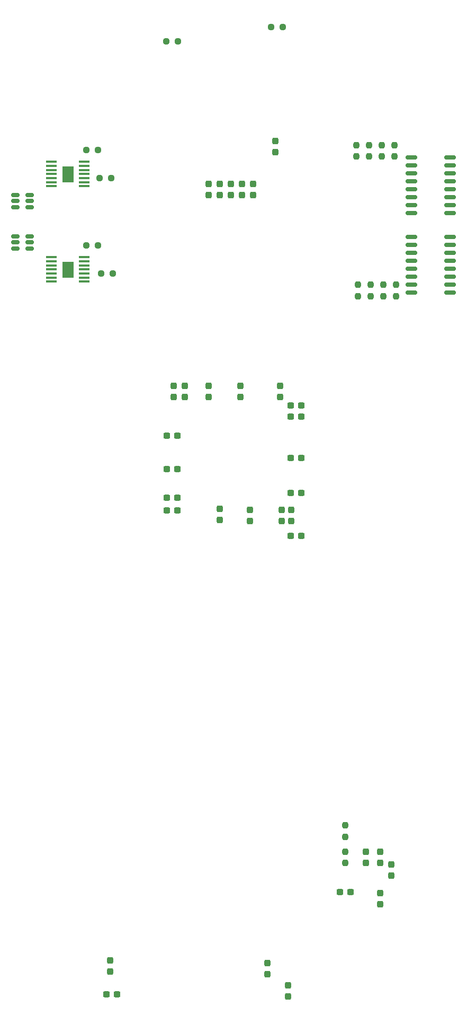
<source format=gbr>
%TF.GenerationSoftware,KiCad,Pcbnew,9.0.3*%
%TF.CreationDate,2025-10-29T18:24:37+01:00*%
%TF.ProjectId,PCB_Tarjeta_DevOps,5043425f-5461-4726-9a65-74615f446576,rev?*%
%TF.SameCoordinates,Original*%
%TF.FileFunction,Paste,Bot*%
%TF.FilePolarity,Positive*%
%FSLAX46Y46*%
G04 Gerber Fmt 4.6, Leading zero omitted, Abs format (unit mm)*
G04 Created by KiCad (PCBNEW 9.0.3) date 2025-10-29 18:24:37*
%MOMM*%
%LPD*%
G01*
G04 APERTURE LIST*
G04 Aperture macros list*
%AMRoundRect*
0 Rectangle with rounded corners*
0 $1 Rounding radius*
0 $2 $3 $4 $5 $6 $7 $8 $9 X,Y pos of 4 corners*
0 Add a 4 corners polygon primitive as box body*
4,1,4,$2,$3,$4,$5,$6,$7,$8,$9,$2,$3,0*
0 Add four circle primitives for the rounded corners*
1,1,$1+$1,$2,$3*
1,1,$1+$1,$4,$5*
1,1,$1+$1,$6,$7*
1,1,$1+$1,$8,$9*
0 Add four rect primitives between the rounded corners*
20,1,$1+$1,$2,$3,$4,$5,0*
20,1,$1+$1,$4,$5,$6,$7,0*
20,1,$1+$1,$6,$7,$8,$9,0*
20,1,$1+$1,$8,$9,$2,$3,0*%
G04 Aperture macros list end*
%ADD10C,0.010000*%
%ADD11RoundRect,0.237500X-0.300000X-0.237500X0.300000X-0.237500X0.300000X0.237500X-0.300000X0.237500X0*%
%ADD12RoundRect,0.237500X0.237500X-0.300000X0.237500X0.300000X-0.237500X0.300000X-0.237500X-0.300000X0*%
%ADD13RoundRect,0.237500X0.250000X0.237500X-0.250000X0.237500X-0.250000X-0.237500X0.250000X-0.237500X0*%
%ADD14RoundRect,0.150000X0.512500X0.150000X-0.512500X0.150000X-0.512500X-0.150000X0.512500X-0.150000X0*%
%ADD15RoundRect,0.237500X-0.237500X0.300000X-0.237500X-0.300000X0.237500X-0.300000X0.237500X0.300000X0*%
%ADD16RoundRect,0.162500X0.750000X0.162500X-0.750000X0.162500X-0.750000X-0.162500X0.750000X-0.162500X0*%
%ADD17RoundRect,0.051250X0.788750X0.153750X-0.788750X0.153750X-0.788750X-0.153750X0.788750X-0.153750X0*%
%ADD18RoundRect,0.237500X-0.250000X-0.237500X0.250000X-0.237500X0.250000X0.237500X-0.250000X0.237500X0*%
%ADD19RoundRect,0.237500X0.237500X-0.250000X0.237500X0.250000X-0.237500X0.250000X-0.237500X-0.250000X0*%
%ADD20RoundRect,0.237500X0.300000X0.237500X-0.300000X0.237500X-0.300000X-0.237500X0.300000X-0.237500X0*%
%ADD21RoundRect,0.237500X-0.237500X0.250000X-0.237500X-0.250000X0.237500X-0.250000X0.237500X0.250000X0*%
G04 APERTURE END LIST*
D10*
%TO.C,U602*%
X148403000Y-114423000D02*
X146727000Y-114423000D01*
X146727000Y-111893000D01*
X148403000Y-111893000D01*
X148403000Y-114423000D01*
G36*
X148403000Y-114423000D02*
G01*
X146727000Y-114423000D01*
X146727000Y-111893000D01*
X148403000Y-111893000D01*
X148403000Y-114423000D01*
G37*
%TO.C,U601*%
X148403000Y-99183000D02*
X146727000Y-99183000D01*
X146727000Y-96653000D01*
X148403000Y-96653000D01*
X148403000Y-99183000D01*
G36*
X148403000Y-99183000D02*
G01*
X146727000Y-99183000D01*
X146727000Y-96653000D01*
X148403000Y-96653000D01*
X148403000Y-99183000D01*
G37*
%TD*%
D11*
%TO.C,C621*%
X183227500Y-134918000D03*
X184952500Y-134918000D03*
%TD*%
D12*
%TO.C,C606*%
X166310000Y-133494500D03*
X166310000Y-131769500D03*
%TD*%
D13*
%TO.C,R603*%
X154522500Y-98596000D03*
X152697500Y-98596000D03*
%TD*%
D11*
%TO.C,C601*%
X163415500Y-145078000D03*
X165140500Y-145078000D03*
%TD*%
D14*
%TO.C,U609*%
X141458000Y-107890000D03*
X141458000Y-108840000D03*
X141458000Y-109790000D03*
X139183000Y-109790000D03*
X139183000Y-108840000D03*
X139183000Y-107890000D03*
%TD*%
D15*
%TO.C,C708*%
X171898000Y-99511500D03*
X171898000Y-101236500D03*
%TD*%
D12*
%TO.C,C613*%
X181804000Y-153306500D03*
X181804000Y-151581500D03*
%TD*%
D15*
%TO.C,C707*%
X170120000Y-99511500D03*
X170120000Y-101236500D03*
%TD*%
%TO.C,C202*%
X154378000Y-223541500D03*
X154378000Y-225266500D03*
%TD*%
D16*
%TO.C,U606*%
X208728000Y-107951000D03*
X208728000Y-109221000D03*
X208728000Y-110491000D03*
X208728000Y-111761000D03*
X208728000Y-113031000D03*
X208728000Y-114301000D03*
X208728000Y-115571000D03*
X208728000Y-116841000D03*
X202553000Y-116841000D03*
X202553000Y-115571000D03*
X202553000Y-114301000D03*
X202553000Y-113031000D03*
X202553000Y-111761000D03*
X202553000Y-110491000D03*
X202553000Y-109221000D03*
X202553000Y-107951000D03*
%TD*%
D17*
%TO.C,U602*%
X150180000Y-111208000D03*
X150180000Y-111858000D03*
X150180000Y-112508000D03*
X150180000Y-113158000D03*
X150180000Y-113808000D03*
X150180000Y-114458000D03*
X150180000Y-115108000D03*
X144950000Y-115108000D03*
X144950000Y-114458000D03*
X144950000Y-113808000D03*
X144950000Y-113158000D03*
X144950000Y-112508000D03*
X144950000Y-111858000D03*
X144950000Y-111208000D03*
%TD*%
D15*
%TO.C,C610*%
X175200000Y-131769500D03*
X175200000Y-133494500D03*
%TD*%
D12*
%TO.C,C619*%
X171898000Y-153153000D03*
X171898000Y-151428000D03*
%TD*%
D15*
%TO.C,C406*%
X195266000Y-206191500D03*
X195266000Y-207916500D03*
%TD*%
%TO.C,C612*%
X170120000Y-131769500D03*
X170120000Y-133494500D03*
%TD*%
D18*
%TO.C,R614*%
X150584000Y-109348000D03*
X152409000Y-109348000D03*
%TD*%
D11*
%TO.C,C617*%
X163415500Y-139744000D03*
X165140500Y-139744000D03*
%TD*%
%TO.C,C201*%
X153769500Y-228976000D03*
X155494500Y-228976000D03*
%TD*%
D19*
%TO.C,R620*%
X199798500Y-95124000D03*
X199798500Y-93299000D03*
%TD*%
D12*
%TO.C,C403*%
X197552000Y-214520500D03*
X197552000Y-212795500D03*
%TD*%
D19*
%TO.C,R622*%
X195764500Y-95124000D03*
X195764500Y-93299000D03*
%TD*%
D20*
%TO.C,C620*%
X184952500Y-155746000D03*
X183227500Y-155746000D03*
%TD*%
D12*
%TO.C,C615*%
X176724000Y-153306500D03*
X176724000Y-151581500D03*
%TD*%
D18*
%TO.C,R602*%
X150584000Y-94108000D03*
X152409000Y-94108000D03*
%TD*%
D12*
%TO.C,C614*%
X183328000Y-153306500D03*
X183328000Y-151581500D03*
%TD*%
D11*
%TO.C,C604*%
X183227500Y-148888000D03*
X184952500Y-148888000D03*
%TD*%
D21*
%TO.C,R619*%
X193956500Y-115571000D03*
X193956500Y-117396000D03*
%TD*%
%TO.C,R616*%
X200052500Y-115571000D03*
X200052500Y-117396000D03*
%TD*%
D12*
%TO.C,C706*%
X180788000Y-94378500D03*
X180788000Y-92653500D03*
%TD*%
D15*
%TO.C,C616*%
X164532000Y-131769500D03*
X164532000Y-133494500D03*
%TD*%
D13*
%TO.C,R108*%
X165190500Y-76752000D03*
X163365500Y-76752000D03*
%TD*%
D11*
%TO.C,C404*%
X191101500Y-212642000D03*
X192826500Y-212642000D03*
%TD*%
D18*
%TO.C,R109*%
X180129500Y-74466000D03*
X181954500Y-74466000D03*
%TD*%
D15*
%TO.C,C401*%
X197552000Y-206191500D03*
X197552000Y-207916500D03*
%TD*%
D20*
%TO.C,C611*%
X184952500Y-143300000D03*
X183227500Y-143300000D03*
%TD*%
D13*
%TO.C,R615*%
X154776500Y-113836000D03*
X152951500Y-113836000D03*
%TD*%
D15*
%TO.C,C304*%
X179518000Y-223971500D03*
X179518000Y-225696500D03*
%TD*%
%TO.C,C402*%
X199330000Y-208223500D03*
X199330000Y-209948500D03*
%TD*%
%TO.C,C710*%
X175454000Y-99511500D03*
X175454000Y-101236500D03*
%TD*%
D14*
%TO.C,U608*%
X141458000Y-101286000D03*
X141458000Y-102236000D03*
X141458000Y-103186000D03*
X139183000Y-103186000D03*
X139183000Y-102236000D03*
X139183000Y-101286000D03*
%TD*%
D20*
%TO.C,C608*%
X184952500Y-136696000D03*
X183227500Y-136696000D03*
%TD*%
D15*
%TO.C,C609*%
X181550000Y-131769500D03*
X181550000Y-133494500D03*
%TD*%
D17*
%TO.C,U601*%
X150180000Y-95968000D03*
X150180000Y-96618000D03*
X150180000Y-97268000D03*
X150180000Y-97918000D03*
X150180000Y-98568000D03*
X150180000Y-99218000D03*
X150180000Y-99868000D03*
X144950000Y-99868000D03*
X144950000Y-99218000D03*
X144950000Y-98568000D03*
X144950000Y-97918000D03*
X144950000Y-97268000D03*
X144950000Y-96618000D03*
X144950000Y-95968000D03*
%TD*%
D16*
%TO.C,U607*%
X208728000Y-95251000D03*
X208728000Y-96521000D03*
X208728000Y-97791000D03*
X208728000Y-99061000D03*
X208728000Y-100331000D03*
X208728000Y-101601000D03*
X208728000Y-102871000D03*
X208728000Y-104141000D03*
X202553000Y-104141000D03*
X202553000Y-102871000D03*
X202553000Y-101601000D03*
X202553000Y-100331000D03*
X202553000Y-99061000D03*
X202553000Y-97791000D03*
X202553000Y-96521000D03*
X202553000Y-95251000D03*
%TD*%
D15*
%TO.C,C711*%
X177232000Y-99511500D03*
X177232000Y-101236500D03*
%TD*%
%TO.C,C709*%
X173676000Y-99511500D03*
X173676000Y-101236500D03*
%TD*%
D21*
%TO.C,R405*%
X191964000Y-201974000D03*
X191964000Y-203799000D03*
%TD*%
%TO.C,R617*%
X198020500Y-115571000D03*
X198020500Y-117396000D03*
%TD*%
D19*
%TO.C,R623*%
X193732500Y-95124000D03*
X193732500Y-93299000D03*
%TD*%
D21*
%TO.C,R618*%
X195988500Y-115571000D03*
X195988500Y-117396000D03*
%TD*%
D19*
%TO.C,R621*%
X197796500Y-95124000D03*
X197796500Y-93299000D03*
%TD*%
D12*
%TO.C,C301*%
X182820000Y-229252500D03*
X182820000Y-227527500D03*
%TD*%
D20*
%TO.C,C607*%
X165140500Y-149650000D03*
X163415500Y-149650000D03*
%TD*%
D21*
%TO.C,R404*%
X191964000Y-206141500D03*
X191964000Y-207966500D03*
%TD*%
D11*
%TO.C,C618*%
X163415500Y-151682000D03*
X165140500Y-151682000D03*
%TD*%
M02*

</source>
